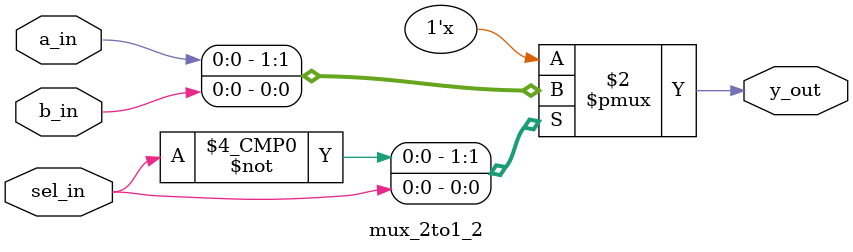
<source format=v>
module mux_2to1(input a_in, b_in, sel_in, output y_out);
assign y_out = (sel_in) ? b_in : a_in;
endmodule

module mux_2to1_1(input a_in, b_in, sel_in, output reg y_out);
always @*
begin
if (sel_in)
y_out = b_in;
else
y_out = a_in;
end
endmodule

module mux_2to1_2(input a_in, b_in, sel_in, output reg y_out);
always @*
begin
case (sel_in)
1'b0: y_out = a_in;
1'b1: y_out = b_in;
endcase
end
endmodule


</source>
